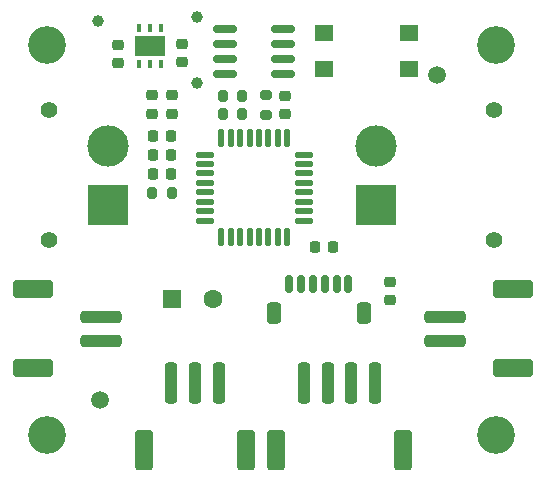
<source format=gts>
%TF.GenerationSoftware,KiCad,Pcbnew,6.0.11-2627ca5db0~126~ubuntu20.04.1*%
%TF.CreationDate,2023-02-21T17:10:03+08:00*%
%TF.ProjectId,cityscope-can-module,63697479-7363-46f7-9065-2d63616e2d6d,v1.0*%
%TF.SameCoordinates,Original*%
%TF.FileFunction,Soldermask,Top*%
%TF.FilePolarity,Negative*%
%FSLAX46Y46*%
G04 Gerber Fmt 4.6, Leading zero omitted, Abs format (unit mm)*
G04 Created by KiCad (PCBNEW 6.0.11-2627ca5db0~126~ubuntu20.04.1) date 2023-02-21 17:10:03*
%MOMM*%
%LPD*%
G01*
G04 APERTURE LIST*
G04 Aperture macros list*
%AMRoundRect*
0 Rectangle with rounded corners*
0 $1 Rounding radius*
0 $2 $3 $4 $5 $6 $7 $8 $9 X,Y pos of 4 corners*
0 Add a 4 corners polygon primitive as box body*
4,1,4,$2,$3,$4,$5,$6,$7,$8,$9,$2,$3,0*
0 Add four circle primitives for the rounded corners*
1,1,$1+$1,$2,$3*
1,1,$1+$1,$4,$5*
1,1,$1+$1,$6,$7*
1,1,$1+$1,$8,$9*
0 Add four rect primitives between the rounded corners*
20,1,$1+$1,$2,$3,$4,$5,0*
20,1,$1+$1,$4,$5,$6,$7,0*
20,1,$1+$1,$6,$7,$8,$9,0*
20,1,$1+$1,$8,$9,$2,$3,0*%
G04 Aperture macros list end*
%ADD10RoundRect,0.200000X-0.200000X-0.275000X0.200000X-0.275000X0.200000X0.275000X-0.200000X0.275000X0*%
%ADD11RoundRect,0.225000X0.225000X0.250000X-0.225000X0.250000X-0.225000X-0.250000X0.225000X-0.250000X0*%
%ADD12RoundRect,0.225000X-0.250000X0.225000X-0.250000X-0.225000X0.250000X-0.225000X0.250000X0.225000X0*%
%ADD13C,1.400000*%
%ADD14R,3.500000X3.500000*%
%ADD15C,3.500000*%
%ADD16R,0.400000X0.800000*%
%ADD17R,2.500000X1.750000*%
%ADD18C,3.200000*%
%ADD19C,1.000000*%
%ADD20RoundRect,0.125000X-0.625000X-0.125000X0.625000X-0.125000X0.625000X0.125000X-0.625000X0.125000X0*%
%ADD21RoundRect,0.125000X-0.125000X-0.625000X0.125000X-0.625000X0.125000X0.625000X-0.125000X0.625000X0*%
%ADD22RoundRect,0.250000X-1.500000X0.250000X-1.500000X-0.250000X1.500000X-0.250000X1.500000X0.250000X0*%
%ADD23RoundRect,0.250001X-1.449999X0.499999X-1.449999X-0.499999X1.449999X-0.499999X1.449999X0.499999X0*%
%ADD24C,1.500000*%
%ADD25RoundRect,0.225000X-0.225000X-0.250000X0.225000X-0.250000X0.225000X0.250000X-0.225000X0.250000X0*%
%ADD26RoundRect,0.150000X0.150000X0.625000X-0.150000X0.625000X-0.150000X-0.625000X0.150000X-0.625000X0*%
%ADD27RoundRect,0.250000X0.350000X0.650000X-0.350000X0.650000X-0.350000X-0.650000X0.350000X-0.650000X0*%
%ADD28RoundRect,0.250000X-0.250000X-1.500000X0.250000X-1.500000X0.250000X1.500000X-0.250000X1.500000X0*%
%ADD29RoundRect,0.250001X-0.499999X-1.449999X0.499999X-1.449999X0.499999X1.449999X-0.499999X1.449999X0*%
%ADD30R,1.600000X1.400000*%
%ADD31RoundRect,0.250000X1.500000X-0.250000X1.500000X0.250000X-1.500000X0.250000X-1.500000X-0.250000X0*%
%ADD32RoundRect,0.250001X1.449999X-0.499999X1.449999X0.499999X-1.449999X0.499999X-1.449999X-0.499999X0*%
%ADD33RoundRect,0.200000X0.275000X-0.200000X0.275000X0.200000X-0.275000X0.200000X-0.275000X-0.200000X0*%
%ADD34RoundRect,0.225000X0.250000X-0.225000X0.250000X0.225000X-0.250000X0.225000X-0.250000X-0.225000X0*%
%ADD35RoundRect,0.150000X0.825000X0.150000X-0.825000X0.150000X-0.825000X-0.150000X0.825000X-0.150000X0*%
%ADD36R,1.600000X1.600000*%
%ADD37C,1.600000*%
%ADD38RoundRect,0.218750X-0.256250X0.218750X-0.256250X-0.218750X0.256250X-0.218750X0.256250X0.218750X0*%
G04 APERTURE END LIST*
D10*
%TO.C,R1*%
X172375000Y-81300000D03*
X174025000Y-81300000D03*
%TD*%
D11*
%TO.C,C1*%
X168000000Y-83200000D03*
X166450000Y-83200000D03*
%TD*%
D12*
%TO.C,C2*%
X168100000Y-79725000D03*
X168100000Y-81275000D03*
%TD*%
D13*
%TO.C,J3*%
X157650000Y-92000000D03*
X157650000Y-81000000D03*
D14*
X162650000Y-89000000D03*
D15*
X162650000Y-84000000D03*
%TD*%
D16*
%TO.C,PS1*%
X167150000Y-74055000D03*
X166200000Y-74055000D03*
X165250000Y-74055000D03*
X165250000Y-77055000D03*
X166200000Y-77055000D03*
X167150000Y-77055000D03*
D17*
X166200000Y-75555000D03*
%TD*%
D18*
%TO.C,H2*%
X157500000Y-75500000D03*
%TD*%
D19*
%TO.C,TP1*%
X170200000Y-78700000D03*
%TD*%
D13*
%TO.C,J2*%
X195325000Y-92000000D03*
X195325000Y-81000000D03*
D14*
X185325000Y-89000000D03*
D15*
X185325000Y-84000000D03*
%TD*%
D20*
%TO.C,U1*%
X170850000Y-84750000D03*
X170850000Y-85550000D03*
X170850000Y-86350000D03*
X170850000Y-87150000D03*
X170850000Y-87950000D03*
X170850000Y-88750000D03*
X170850000Y-89550000D03*
X170850000Y-90350000D03*
D21*
X172225000Y-91725000D03*
X173025000Y-91725000D03*
X173825000Y-91725000D03*
X174625000Y-91725000D03*
X175425000Y-91725000D03*
X176225000Y-91725000D03*
X177025000Y-91725000D03*
X177825000Y-91725000D03*
D20*
X179200000Y-90350000D03*
X179200000Y-89550000D03*
X179200000Y-88750000D03*
X179200000Y-87950000D03*
X179200000Y-87150000D03*
X179200000Y-86350000D03*
X179200000Y-85550000D03*
X179200000Y-84750000D03*
D21*
X177825000Y-83375000D03*
X177025000Y-83375000D03*
X176225000Y-83375000D03*
X175425000Y-83375000D03*
X174625000Y-83375000D03*
X173825000Y-83375000D03*
X173025000Y-83375000D03*
X172225000Y-83375000D03*
%TD*%
D19*
%TO.C,TP3*%
X161800000Y-73400000D03*
%TD*%
D22*
%TO.C,J6*%
X162050000Y-98500000D03*
X162050000Y-100500000D03*
D23*
X156300000Y-96150000D03*
X156300000Y-102850000D03*
%TD*%
D19*
%TO.C,TP2*%
X170200000Y-73100000D03*
%TD*%
D24*
%TO.C,FID1*%
X162000000Y-105500000D03*
%TD*%
D25*
%TO.C,C4*%
X180150000Y-92600000D03*
X181700000Y-92600000D03*
%TD*%
D12*
%TO.C,C5*%
X168900000Y-75405000D03*
X168900000Y-76955000D03*
%TD*%
D26*
%TO.C,J1*%
X183000000Y-95675000D03*
X182000000Y-95675000D03*
X181000000Y-95675000D03*
X180000000Y-95675000D03*
X179000000Y-95675000D03*
X178000000Y-95675000D03*
D27*
X184300000Y-98200000D03*
X176700000Y-98200000D03*
%TD*%
D12*
%TO.C,C3*%
X166350000Y-79725000D03*
X166350000Y-81275000D03*
%TD*%
D10*
%TO.C,R4*%
X166400000Y-88000000D03*
X168050000Y-88000000D03*
%TD*%
D12*
%TO.C,C6*%
X163500000Y-75455000D03*
X163500000Y-77005000D03*
%TD*%
D28*
%TO.C,J5*%
X179250000Y-104050000D03*
X181250000Y-104050000D03*
X183250000Y-104050000D03*
X185250000Y-104050000D03*
D29*
X187600000Y-109800000D03*
X176900000Y-109800000D03*
%TD*%
D18*
%TO.C,H1*%
X195500000Y-108500000D03*
%TD*%
%TO.C,H4*%
X195500000Y-75500000D03*
%TD*%
D25*
%TO.C,C7*%
X166450000Y-86400000D03*
X168000000Y-86400000D03*
%TD*%
D10*
%TO.C,R3*%
X172375000Y-79800000D03*
X174025000Y-79800000D03*
%TD*%
D30*
%TO.C,SW1*%
X188100000Y-74500000D03*
X180900000Y-74500000D03*
X188100000Y-77500000D03*
X180900000Y-77500000D03*
%TD*%
D24*
%TO.C,FID2*%
X190500000Y-78000000D03*
%TD*%
D31*
%TO.C,J7*%
X191150000Y-100500000D03*
X191150000Y-98500000D03*
D32*
X196900000Y-96150000D03*
X196900000Y-102850000D03*
%TD*%
D25*
%TO.C,C8*%
X166450000Y-84800000D03*
X168000000Y-84800000D03*
%TD*%
D33*
%TO.C,R2*%
X176025000Y-81375000D03*
X176025000Y-79725000D03*
%TD*%
D28*
%TO.C,J4*%
X168000000Y-104050000D03*
X170000000Y-104050000D03*
X172000000Y-104050000D03*
D29*
X174350000Y-109800000D03*
X165650000Y-109800000D03*
%TD*%
D34*
%TO.C,C9*%
X186500000Y-97050000D03*
X186500000Y-95500000D03*
%TD*%
D35*
%TO.C,U2*%
X177475000Y-77905000D03*
X177475000Y-76635000D03*
X177475000Y-75365000D03*
X177475000Y-74095000D03*
X172525000Y-74095000D03*
X172525000Y-75365000D03*
X172525000Y-76635000D03*
X172525000Y-77905000D03*
%TD*%
D36*
%TO.C,C10*%
X168044698Y-97000000D03*
D37*
X171544698Y-97000000D03*
%TD*%
D18*
%TO.C,H3*%
X157500000Y-108500000D03*
%TD*%
D38*
%TO.C,D1*%
X177625000Y-79782500D03*
X177625000Y-81357500D03*
%TD*%
M02*

</source>
